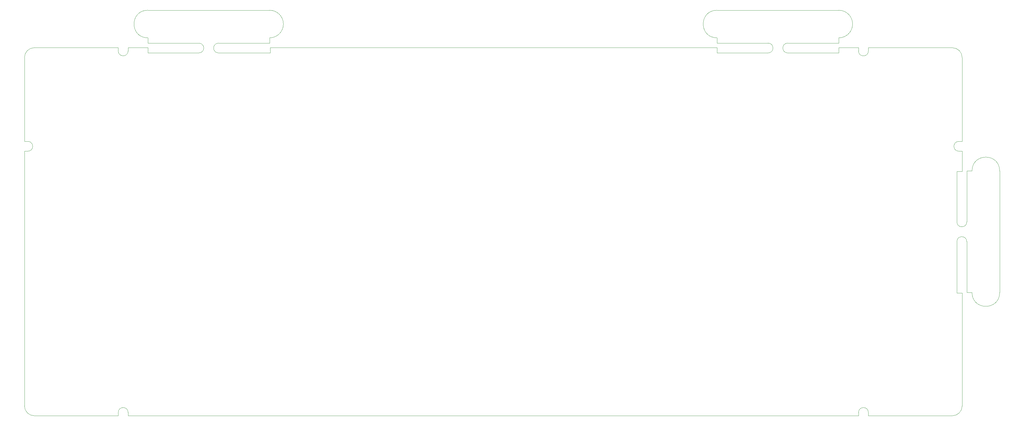
<source format=gm1>
G04 #@! TF.GenerationSoftware,KiCad,Pcbnew,8.0.4*
G04 #@! TF.CreationDate,2025-02-27T13:51:43-05:00*
G04 #@! TF.ProjectId,CustomKeyboard,43757374-6f6d-44b6-9579-626f6172642e,rev?*
G04 #@! TF.SameCoordinates,Original*
G04 #@! TF.FileFunction,Profile,NP*
%FSLAX46Y46*%
G04 Gerber Fmt 4.6, Leading zero omitted, Abs format (unit mm)*
G04 Created by KiCad (PCBNEW 8.0.4) date 2025-02-27 13:51:43*
%MOMM*%
%LPD*%
G01*
G04 APERTURE LIST*
G04 #@! TA.AperFunction,Profile*
%ADD10C,0.050000*%
G04 #@! TD*
G04 APERTURE END LIST*
D10*
X81999999Y-154999999D02*
X81999999Y-155999999D01*
X333900000Y-81600000D02*
X333900000Y-97000000D01*
X346900000Y-114500000D02*
X346900000Y-118500000D01*
X307000002Y-44999999D02*
G75*
G02*
X304000002Y-44999999I-1500000J0D01*
G01*
X50500000Y-75500000D02*
X50499999Y-108999995D01*
X304000002Y-43999999D02*
X298000000Y-44000001D01*
X346900000Y-85500000D02*
X346900000Y-114500000D01*
X78999999Y-155999999D02*
X53500001Y-155999999D01*
X78999999Y-154999999D02*
G75*
G02*
X81999999Y-154999999I1500000J0D01*
G01*
X338500000Y-81500000D02*
G75*
G02*
X346900000Y-81500000I4200000J0D01*
G01*
X304000002Y-155999999D02*
X95000000Y-155999999D01*
X334500000Y-75499997D02*
G75*
G02*
X334500000Y-72500003I0J1499997D01*
G01*
X87999998Y-42600000D02*
X103499999Y-42600000D01*
X304000002Y-154999999D02*
X304000002Y-155999999D01*
X125200000Y-45599999D02*
X125200000Y-44000001D01*
X335500000Y-118600000D02*
X335500000Y-152999999D01*
X81999998Y-45000000D02*
G75*
G02*
X78999998Y-45000000I-1500000J-3D01*
G01*
X53500001Y-155999999D02*
G75*
G02*
X50500001Y-152999999I-1J2999999D01*
G01*
X298000000Y-45599999D02*
X298000000Y-44000001D01*
X282500000Y-42600000D02*
X297999999Y-42600000D01*
X82000000Y-44000000D02*
X88000000Y-44000000D01*
X109499999Y-45600000D02*
X125200000Y-45599999D01*
X95000000Y-155999999D02*
X81999999Y-155999999D01*
X346899999Y-118500000D02*
G75*
G02*
X338500001Y-118500000I-4199999J0D01*
G01*
X335500000Y-46999999D02*
X335500000Y-72499997D01*
X294000000Y-32600000D02*
X297999999Y-32600000D01*
X78999999Y-154999999D02*
X78999999Y-155999999D01*
X297999999Y-32600001D02*
G75*
G02*
X297999999Y-40999999I1J-4199999D01*
G01*
X109499999Y-42600000D02*
X124999998Y-42600000D01*
X50500000Y-72500000D02*
X50500000Y-47000001D01*
X124999998Y-32600001D02*
G75*
G02*
X124999998Y-40999999I2J-4199999D01*
G01*
X333900000Y-118600000D02*
X335500000Y-118600000D01*
X336900000Y-97000000D02*
G75*
G02*
X333900000Y-97000000I-1500000J0D01*
G01*
X88000000Y-45599998D02*
X103499999Y-45600000D01*
X261000000Y-45600000D02*
X276500000Y-45600000D01*
X50500000Y-47000001D02*
G75*
G02*
X53500000Y-44000000I3000000J1D01*
G01*
X335500000Y-75499997D02*
X335500000Y-81600000D01*
X307000002Y-44999999D02*
X307000002Y-43999999D01*
X50500000Y-127500001D02*
X50500000Y-152999999D01*
X298000000Y-45599999D02*
X282499999Y-45600000D01*
X261000000Y-45599998D02*
X261000000Y-44000000D01*
X260999999Y-42600000D02*
X260999999Y-41000000D01*
X103499999Y-42600000D02*
G75*
G02*
X103499999Y-45600000I1J-1500000D01*
G01*
X335500000Y-75499997D02*
X334500000Y-75499997D01*
X81999998Y-45000000D02*
X81999998Y-44000000D01*
X297999999Y-40999999D02*
X297999999Y-42600000D01*
X87999998Y-41000000D02*
G75*
G02*
X87999998Y-32600000I2J4200000D01*
G01*
X332500000Y-43999999D02*
X307000002Y-43999999D01*
X304000002Y-44999999D02*
X304000002Y-43999999D01*
X333900000Y-103000000D02*
X333900000Y-118600000D01*
X333900000Y-81600000D02*
X335500000Y-81600000D01*
X88000000Y-45599998D02*
X88000000Y-44000000D01*
X338500001Y-118500000D02*
X336900000Y-118500000D01*
X51500000Y-72500000D02*
X50500000Y-72500000D01*
X282500000Y-45600000D02*
G75*
G02*
X282500000Y-42600000I0J1500000D01*
G01*
X50499999Y-108999995D02*
X50500000Y-127500001D01*
X336900000Y-81500000D02*
X336900000Y-97000000D01*
X51500000Y-72500000D02*
G75*
G02*
X51500000Y-75500000I0J-1500000D01*
G01*
X51500000Y-75500000D02*
X50500000Y-75500000D01*
X264999999Y-32600000D02*
X294000000Y-32600000D01*
X336900000Y-81500000D02*
X338500000Y-81500000D01*
X332500000Y-155999999D02*
X307000002Y-155999999D01*
X335500000Y-152999999D02*
G75*
G02*
X332500000Y-156000000I-3000000J-1D01*
G01*
X109499999Y-45600000D02*
G75*
G02*
X109499999Y-42600000I1J1500000D01*
G01*
X334500000Y-72499997D02*
X335500000Y-72499997D01*
X261000000Y-44000000D02*
X125200000Y-44000001D01*
X87999998Y-42600000D02*
X87999998Y-41000000D01*
X346900000Y-85500000D02*
X346900000Y-81500000D01*
X307000002Y-154999999D02*
X307000002Y-155999999D01*
X333900000Y-103000000D02*
G75*
G02*
X336900000Y-103000000I1500000J0D01*
G01*
X264999999Y-32600000D02*
X260999999Y-32600000D01*
X78999998Y-44000000D02*
X53500000Y-44000000D01*
X304000002Y-154999999D02*
G75*
G02*
X307000002Y-154999999I1500000J0D01*
G01*
X91999998Y-32600000D02*
X120999999Y-32600000D01*
X260999999Y-42600000D02*
X276500000Y-42600000D01*
X260999999Y-41000000D02*
G75*
G02*
X260999999Y-32600000I1J4200000D01*
G01*
X91999998Y-32600000D02*
X87999998Y-32600000D01*
X124999998Y-40999999D02*
X124999998Y-42600000D01*
X332500000Y-43999999D02*
G75*
G02*
X335500001Y-46999999I0J-3000001D01*
G01*
X276500000Y-42600000D02*
G75*
G02*
X276500000Y-45600000I0J-1500000D01*
G01*
X78999998Y-45000000D02*
X78999998Y-44000000D01*
X336900000Y-103000000D02*
X336900000Y-118500000D01*
X120999999Y-32600000D02*
X124999998Y-32600000D01*
M02*

</source>
